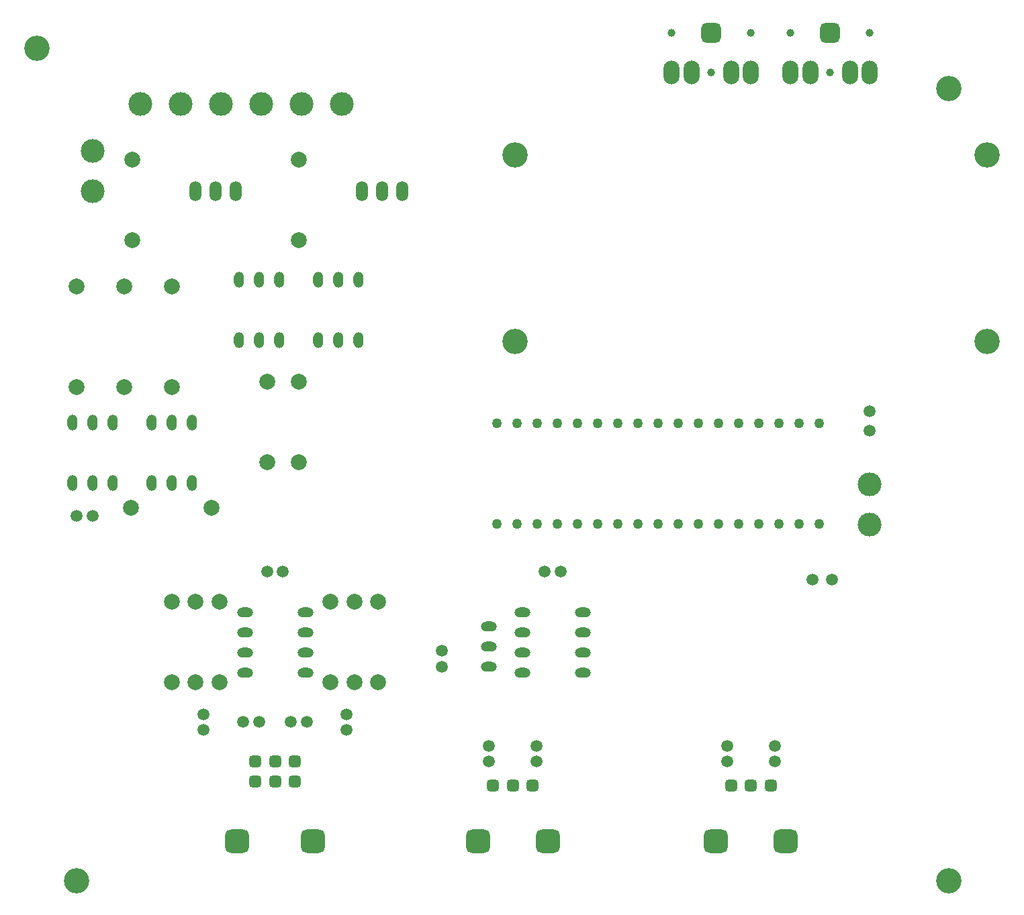
<source format=gts>
G04 Layer_Color=8388736*
%FSLAX25Y25*%
%MOIN*%
G70*
G01*
G75*
%ADD13C,0.07874*%
%ADD14C,0.05906*%
%ADD15C,0.03937*%
G04:AMPARAMS|DCode=16|XSize=98.43mil|YSize=98.43mil|CornerRadius=24.61mil|HoleSize=0mil|Usage=FLASHONLY|Rotation=90.000|XOffset=0mil|YOffset=0mil|HoleType=Round|Shape=RoundedRectangle|*
%AMROUNDEDRECTD16*
21,1,0.09843,0.04921,0,0,90.0*
21,1,0.04921,0.09843,0,0,90.0*
1,1,0.04921,0.02461,0.02461*
1,1,0.04921,0.02461,-0.02461*
1,1,0.04921,-0.02461,-0.02461*
1,1,0.04921,-0.02461,0.02461*
%
%ADD16ROUNDEDRECTD16*%
%ADD17O,0.08000X0.11811*%
G04:AMPARAMS|DCode=18|XSize=118.11mil|YSize=118.11mil|CornerRadius=29.53mil|HoleSize=0mil|Usage=FLASHONLY|Rotation=180.000|XOffset=0mil|YOffset=0mil|HoleType=Round|Shape=RoundedRectangle|*
%AMROUNDEDRECTD18*
21,1,0.11811,0.05906,0,0,180.0*
21,1,0.05906,0.11811,0,0,180.0*
1,1,0.05906,-0.02953,0.02953*
1,1,0.05906,0.02953,0.02953*
1,1,0.05906,0.02953,-0.02953*
1,1,0.05906,-0.02953,-0.02953*
%
%ADD18ROUNDEDRECTD18*%
G04:AMPARAMS|DCode=19|XSize=59.06mil|YSize=59.06mil|CornerRadius=14.76mil|HoleSize=0mil|Usage=FLASHONLY|Rotation=180.000|XOffset=0mil|YOffset=0mil|HoleType=Round|Shape=RoundedRectangle|*
%AMROUNDEDRECTD19*
21,1,0.05906,0.02953,0,0,180.0*
21,1,0.02953,0.05906,0,0,180.0*
1,1,0.02953,-0.01476,0.01476*
1,1,0.02953,0.01476,0.01476*
1,1,0.02953,0.01476,-0.01476*
1,1,0.02953,-0.01476,-0.01476*
%
%ADD19ROUNDEDRECTD19*%
%ADD20O,0.08000X0.05000*%
%ADD21C,0.05000*%
%ADD22C,0.11811*%
%ADD23O,0.05000X0.08000*%
%ADD24O,0.05906X0.10000*%
%ADD25C,0.12598*%
%ADD26C,0.12598*%
D13*
X165354Y177795D02*
D03*
Y137795D02*
D03*
X177165D02*
D03*
Y177795D02*
D03*
X110236D02*
D03*
Y137795D02*
D03*
X188976Y177795D02*
D03*
Y137795D02*
D03*
X98425D02*
D03*
Y177795D02*
D03*
X86614Y137795D02*
D03*
Y177795D02*
D03*
X149606Y357638D02*
D03*
Y397638D02*
D03*
X149606Y247402D02*
D03*
Y287402D02*
D03*
X39370Y284646D02*
D03*
Y334646D02*
D03*
X62992Y334646D02*
D03*
Y284646D02*
D03*
X86614D02*
D03*
X86614Y334646D02*
D03*
X66299Y224409D02*
D03*
X106299D02*
D03*
X66929Y357638D02*
D03*
Y397638D02*
D03*
X133858Y247402D02*
D03*
Y287402D02*
D03*
D14*
X153543Y118110D02*
D03*
X145669D02*
D03*
X173228Y122047D02*
D03*
X173228Y114173D02*
D03*
X122047Y118110D02*
D03*
X129921D02*
D03*
X220472Y153543D02*
D03*
Y145669D02*
D03*
X102362Y122047D02*
D03*
Y114173D02*
D03*
X141732Y192913D02*
D03*
X133858D02*
D03*
X279528Y192913D02*
D03*
X271654D02*
D03*
X244094Y98425D02*
D03*
Y106299D02*
D03*
X267717Y98425D02*
D03*
Y106299D02*
D03*
X362205Y98425D02*
D03*
Y106299D02*
D03*
X385827Y98425D02*
D03*
Y106299D02*
D03*
X414370Y188976D02*
D03*
X404528D02*
D03*
X433071Y262795D02*
D03*
Y272638D02*
D03*
X47244Y220472D02*
D03*
X39370D02*
D03*
D15*
X393701Y460630D02*
D03*
X433071D02*
D03*
X413386Y440945D02*
D03*
X334646Y460630D02*
D03*
X374016D02*
D03*
X354331Y440945D02*
D03*
D16*
X413386Y460630D02*
D03*
X354331D02*
D03*
D17*
X423228Y440945D02*
D03*
X433071D02*
D03*
X403543D02*
D03*
X393701D02*
D03*
X364173D02*
D03*
X374016D02*
D03*
X344488D02*
D03*
X334646D02*
D03*
D18*
X119095Y59055D02*
D03*
X156496D02*
D03*
X273228D02*
D03*
X238583D02*
D03*
X391339D02*
D03*
X356693D02*
D03*
D19*
X137795Y88583D02*
D03*
X127953D02*
D03*
X147638D02*
D03*
Y98425D02*
D03*
X127953D02*
D03*
X137795D02*
D03*
X265748Y86614D02*
D03*
X255906D02*
D03*
X246063D02*
D03*
X383858D02*
D03*
X374016D02*
D03*
X364173D02*
D03*
D20*
X244094Y165669D02*
D03*
Y155669D02*
D03*
Y145669D02*
D03*
X152795Y162480D02*
D03*
Y172480D02*
D03*
Y142480D02*
D03*
Y152480D02*
D03*
X122795Y142480D02*
D03*
X122795Y152480D02*
D03*
Y162480D02*
D03*
X122795Y172480D02*
D03*
X290591Y162480D02*
D03*
Y172480D02*
D03*
Y142480D02*
D03*
Y152480D02*
D03*
X260591Y142480D02*
D03*
Y152480D02*
D03*
Y162480D02*
D03*
Y172480D02*
D03*
D21*
X388032Y266535D02*
D03*
X378031D02*
D03*
X348031D02*
D03*
X358032D02*
D03*
X308032D02*
D03*
X318032D02*
D03*
X298031D02*
D03*
X258032D02*
D03*
X248031D02*
D03*
X268032D02*
D03*
X288032D02*
D03*
X278031D02*
D03*
X338032D02*
D03*
X328031D02*
D03*
X368032D02*
D03*
X388032Y216535D02*
D03*
X378031D02*
D03*
X348031D02*
D03*
X358032D02*
D03*
X308032D02*
D03*
X318032D02*
D03*
X298031D02*
D03*
X258032D02*
D03*
X248031D02*
D03*
X268032D02*
D03*
X288032D02*
D03*
X278031D02*
D03*
X338032D02*
D03*
X328031D02*
D03*
X368032D02*
D03*
X408032Y266535D02*
D03*
X398031Y266535D02*
D03*
X408032Y216535D02*
D03*
X398031D02*
D03*
D22*
X70866Y425197D02*
D03*
X90866D02*
D03*
X110866D02*
D03*
X130866D02*
D03*
X150866D02*
D03*
X170866D02*
D03*
X47244Y381890D02*
D03*
Y401890D02*
D03*
X433071Y236221D02*
D03*
Y216220D02*
D03*
D23*
X169291Y337835D02*
D03*
X159291D02*
D03*
X179291D02*
D03*
Y307835D02*
D03*
X169291D02*
D03*
X159291D02*
D03*
X86614Y236968D02*
D03*
X96614D02*
D03*
X76614D02*
D03*
Y266968D02*
D03*
X86614D02*
D03*
X96614D02*
D03*
X47244Y236968D02*
D03*
X57244D02*
D03*
X37244D02*
D03*
Y266968D02*
D03*
X47244D02*
D03*
X57244D02*
D03*
X129921Y337835D02*
D03*
X119921D02*
D03*
X139921D02*
D03*
Y307835D02*
D03*
X129921D02*
D03*
X119921D02*
D03*
D24*
X201102Y381890D02*
D03*
X191102D02*
D03*
X181102D02*
D03*
X118425D02*
D03*
X108425D02*
D03*
X98425D02*
D03*
D25*
X491142Y307283D02*
D03*
X491142Y399803D02*
D03*
X256890Y399803D02*
D03*
Y307283D02*
D03*
D26*
X19685Y452756D02*
D03*
X39370Y39370D02*
D03*
X472441D02*
D03*
Y433071D02*
D03*
M02*

</source>
